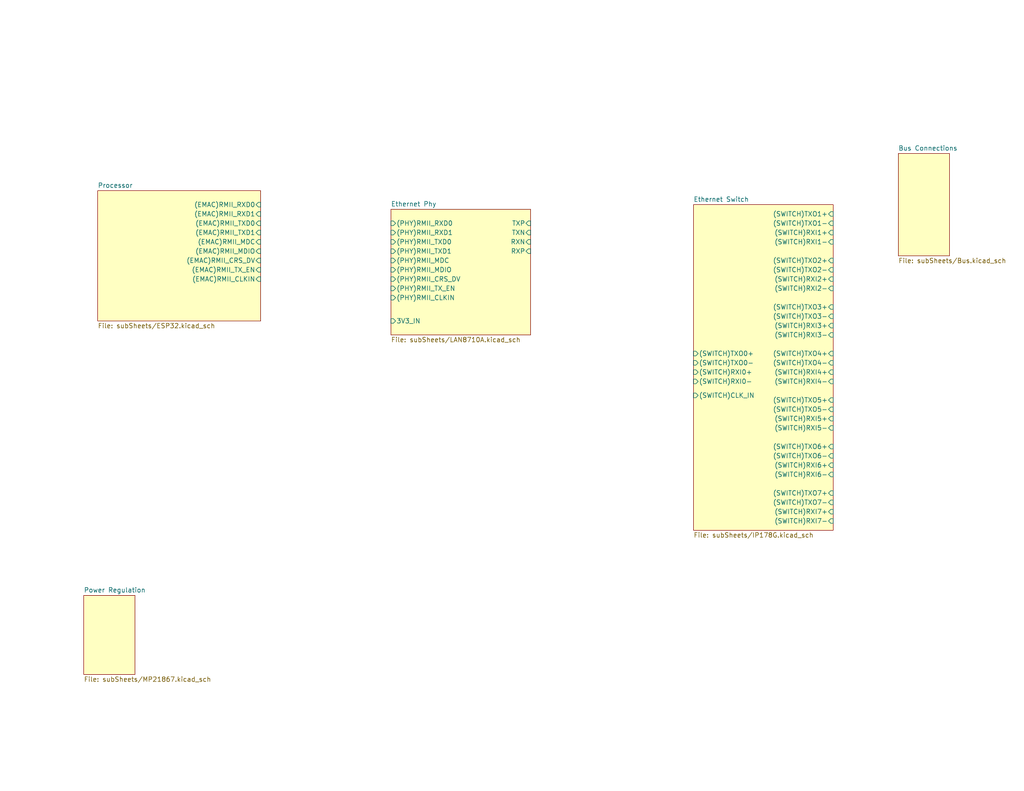
<source format=kicad_sch>
(kicad_sch
	(version 20231120)
	(generator "eeschema")
	(generator_version "8.0")
	(uuid "6c734203-1478-4486-8189-3b4068df6189")
	(paper "A")
	(lib_symbols)
	(sheet
		(at 26.67 52.07)
		(size 44.45 35.56)
		(fields_autoplaced yes)
		(stroke
			(width 0.1524)
			(type solid)
		)
		(fill
			(color 255 255 194 1.0000)
		)
		(uuid "4dab9a2a-407c-43e6-914e-f695583f291e")
		(property "Sheetname" "Processor"
			(at 26.67 51.3584 0)
			(effects
				(font
					(size 1.27 1.27)
				)
				(justify left bottom)
			)
		)
		(property "Sheetfile" "subSheets/ESP32.kicad_sch"
			(at 26.67 88.2146 0)
			(effects
				(font
					(size 1.27 1.27)
				)
				(justify left top)
			)
		)
		(pin "(EMAC)RMII_CLKIN" input
			(at 71.12 76.2 0)
			(effects
				(font
					(size 1.27 1.27)
				)
				(justify right)
			)
			(uuid "4f2bdc5b-8966-4846-b376-c2439cacddcc")
		)
		(pin "(EMAC)RMII_RXD0" input
			(at 71.12 55.88 0)
			(effects
				(font
					(size 1.27 1.27)
				)
				(justify right)
			)
			(uuid "9450a47c-11ed-409b-8a5c-df01f26758f3")
		)
		(pin "(EMAC)RMII_CRS_DV" input
			(at 71.12 71.12 0)
			(effects
				(font
					(size 1.27 1.27)
				)
				(justify right)
			)
			(uuid "755be6c1-0720-44d6-91ca-0bfcae080af0")
		)
		(pin "(EMAC)RMII_RXD1" input
			(at 71.12 58.42 0)
			(effects
				(font
					(size 1.27 1.27)
				)
				(justify right)
			)
			(uuid "76f0f6b4-3385-4d98-b139-fb8ee071e2a0")
		)
		(pin "(EMAC)RMII_TX_EN" input
			(at 71.12 73.66 0)
			(effects
				(font
					(size 1.27 1.27)
				)
				(justify right)
			)
			(uuid "9a7661ca-9e2f-4631-9061-7bcf142fc37d")
		)
		(pin "(EMAC)RMII_MDIO" input
			(at 71.12 68.58 0)
			(effects
				(font
					(size 1.27 1.27)
				)
				(justify right)
			)
			(uuid "60539a33-281b-47f2-8ba9-131479d3a2ec")
		)
		(pin "(EMAC)RMII_MDC" input
			(at 71.12 66.04 0)
			(effects
				(font
					(size 1.27 1.27)
				)
				(justify right)
			)
			(uuid "768975aa-68fb-4159-9552-c6024d936f04")
		)
		(pin "(EMAC)RMII_TXD1" input
			(at 71.12 63.5 0)
			(effects
				(font
					(size 1.27 1.27)
				)
				(justify right)
			)
			(uuid "948a3331-bccd-4b5c-bff1-5deafc56b39c")
		)
		(pin "(EMAC)RMII_TXD0" input
			(at 71.12 60.96 0)
			(effects
				(font
					(size 1.27 1.27)
				)
				(justify right)
			)
			(uuid "05fb6c99-a8d1-4f71-b8bd-d489754ed8db")
		)
		(instances
			(project "obcModule"
				(path "/6c734203-1478-4486-8189-3b4068df6189"
					(page "4")
				)
			)
		)
	)
	(sheet
		(at 106.68 57.15)
		(size 38.1 34.29)
		(fields_autoplaced yes)
		(stroke
			(width 0.1524)
			(type solid)
		)
		(fill
			(color 255 255 194 1.0000)
		)
		(uuid "4e9a3dd6-c5fa-4c46-aa1e-620b755d052b")
		(property "Sheetname" "Ethernet Phy"
			(at 106.68 56.4384 0)
			(effects
				(font
					(size 1.27 1.27)
				)
				(justify left bottom)
			)
		)
		(property "Sheetfile" "subSheets/LAN8710A.kicad_sch"
			(at 106.68 92.0246 0)
			(effects
				(font
					(size 1.27 1.27)
				)
				(justify left top)
			)
		)
		(pin "TXP" input
			(at 144.78 60.96 0)
			(effects
				(font
					(size 1.27 1.27)
				)
				(justify right)
			)
			(uuid "beb7f644-04b6-48a9-a4ba-39d732e347cf")
		)
		(pin "TXN" input
			(at 144.78 63.5 0)
			(effects
				(font
					(size 1.27 1.27)
				)
				(justify right)
			)
			(uuid "78e1071e-2935-4c7c-a9ac-3038fbcfdf1e")
		)
		(pin "RXN" input
			(at 144.78 66.04 0)
			(effects
				(font
					(size 1.27 1.27)
				)
				(justify right)
			)
			(uuid "6d4b7c64-305b-45e6-a4e1-d33d5b31aef9")
		)
		(pin "RXP" input
			(at 144.78 68.58 0)
			(effects
				(font
					(size 1.27 1.27)
				)
				(justify right)
			)
			(uuid "f909290b-b4aa-4979-9dda-106d8a9e9a54")
		)
		(pin "(PHY)RMII_MDC" input
			(at 106.68 71.12 180)
			(effects
				(font
					(size 1.27 1.27)
				)
				(justify left)
			)
			(uuid "ea13e83d-6213-412d-b59d-6b359bf0074f")
		)
		(pin "(PHY)RMII_MDIO" input
			(at 106.68 73.66 180)
			(effects
				(font
					(size 1.27 1.27)
				)
				(justify left)
			)
			(uuid "9c4bee36-8487-472f-9af7-953ec15cb98c")
		)
		(pin "(PHY)RMII_CRS_DV" input
			(at 106.68 76.2 180)
			(effects
				(font
					(size 1.27 1.27)
				)
				(justify left)
			)
			(uuid "969f4294-d3ac-404c-bc16-19fe6d9f47c8")
		)
		(pin "(PHY)RMII_RXD0" input
			(at 106.68 60.96 180)
			(effects
				(font
					(size 1.27 1.27)
				)
				(justify left)
			)
			(uuid "934adad2-d4ed-4a22-9d94-da4022b2356f")
		)
		(pin "(PHY)RMII_RXD1" input
			(at 106.68 63.5 180)
			(effects
				(font
					(size 1.27 1.27)
				)
				(justify left)
			)
			(uuid "de1bc514-fe58-49b4-9bfc-b7427959476d")
		)
		(pin "(PHY)RMII_TX_EN" input
			(at 106.68 78.74 180)
			(effects
				(font
					(size 1.27 1.27)
				)
				(justify left)
			)
			(uuid "70583b46-d208-44aa-923b-5f6533eac9f7")
		)
		(pin "(PHY)RMII_TXD1" input
			(at 106.68 68.58 180)
			(effects
				(font
					(size 1.27 1.27)
				)
				(justify left)
			)
			(uuid "f401b091-1a12-49d3-89f4-b1c7c660c9f4")
		)
		(pin "(PHY)RMII_TXD0" input
			(at 106.68 66.04 180)
			(effects
				(font
					(size 1.27 1.27)
				)
				(justify left)
			)
			(uuid "12caefbe-7dfe-4644-9170-3ded58b42f34")
		)
		(pin "(PHY)RMII_CLKIN" input
			(at 106.68 81.28 180)
			(effects
				(font
					(size 1.27 1.27)
				)
				(justify left)
			)
			(uuid "ab8b9066-a535-4a2d-86e8-0d68e981058d")
		)
		(pin "3V3_IN" input
			(at 106.68 87.63 180)
			(effects
				(font
					(size 1.27 1.27)
				)
				(justify left)
			)
			(uuid "4ddfcf5e-a977-4996-8cda-f9767b19a547")
		)
		(instances
			(project "obcModule"
				(path "/6c734203-1478-4486-8189-3b4068df6189"
					(page "2")
				)
			)
		)
	)
	(sheet
		(at 22.86 162.56)
		(size 13.97 21.59)
		(fields_autoplaced yes)
		(stroke
			(width 0.1524)
			(type solid)
		)
		(fill
			(color 255 255 194 1.0000)
		)
		(uuid "7c1c3ca5-e14c-49c9-bd1f-7c88f06bea4d")
		(property "Sheetname" "Power Regulation"
			(at 22.86 161.8484 0)
			(effects
				(font
					(size 1.27 1.27)
				)
				(justify left bottom)
			)
		)
		(property "Sheetfile" "subSheets/MP21867.kicad_sch"
			(at 22.86 184.7346 0)
			(effects
				(font
					(size 1.27 1.27)
				)
				(justify left top)
			)
		)
		(instances
			(project "obcModule"
				(path "/6c734203-1478-4486-8189-3b4068df6189"
					(page "3")
				)
			)
		)
	)
	(sheet
		(at 189.23 55.88)
		(size 38.1 88.9)
		(fields_autoplaced yes)
		(stroke
			(width 0.1524)
			(type solid)
		)
		(fill
			(color 255 255 194 1.0000)
		)
		(uuid "d0bf68d7-9de1-4210-b2e6-4a1621b859a3")
		(property "Sheetname" "Ethernet Switch"
			(at 189.23 55.1684 0)
			(effects
				(font
					(size 1.27 1.27)
				)
				(justify left bottom)
			)
		)
		(property "Sheetfile" "subSheets/IP178G.kicad_sch"
			(at 189.23 145.3646 0)
			(effects
				(font
					(size 1.27 1.27)
				)
				(justify left top)
			)
		)
		(pin "(SWITCH)RXI2+" input
			(at 227.33 76.2 0)
			(effects
				(font
					(size 1.27 1.27)
				)
				(justify right)
			)
			(uuid "9084b28b-4024-4631-ab94-ae14f0628419")
		)
		(pin "(SWITCH)TXO2+" input
			(at 227.33 71.12 0)
			(effects
				(font
					(size 1.27 1.27)
				)
				(justify right)
			)
			(uuid "63edc7ab-371b-4902-90d7-2d7cae1b07c4")
		)
		(pin "(SWITCH)TXO2-" input
			(at 227.33 73.66 0)
			(effects
				(font
					(size 1.27 1.27)
				)
				(justify right)
			)
			(uuid "84d608af-fef1-4b9a-953d-ebc39d31b97c")
		)
		(pin "(SWITCH)TXO3-" input
			(at 227.33 86.36 0)
			(effects
				(font
					(size 1.27 1.27)
				)
				(justify right)
			)
			(uuid "db239a7c-3431-40e7-b96d-c44bf390b3e4")
		)
		(pin "(SWITCH)RXI2-" input
			(at 227.33 78.74 0)
			(effects
				(font
					(size 1.27 1.27)
				)
				(justify right)
			)
			(uuid "7bf9cd97-f085-4836-b0b7-3214657de6ef")
		)
		(pin "(SWITCH)RXI3-" input
			(at 227.33 91.44 0)
			(effects
				(font
					(size 1.27 1.27)
				)
				(justify right)
			)
			(uuid "b9a4fb93-9cab-4828-b4f8-59b58f7cf6c3")
		)
		(pin "(SWITCH)TXO3+" input
			(at 227.33 83.82 0)
			(effects
				(font
					(size 1.27 1.27)
				)
				(justify right)
			)
			(uuid "f1aa5a43-ec74-4b4c-bc67-032742859106")
		)
		(pin "(SWITCH)TXO0+" input
			(at 189.23 96.52 180)
			(effects
				(font
					(size 1.27 1.27)
				)
				(justify left)
			)
			(uuid "cdb75cfc-6047-4071-af0e-016002ab5b97")
		)
		(pin "(SWITCH)TXO1+" input
			(at 227.33 58.42 0)
			(effects
				(font
					(size 1.27 1.27)
				)
				(justify right)
			)
			(uuid "99567674-2c78-492d-9cf7-2fd0b531b004")
		)
		(pin "(SWITCH)TXO1-" input
			(at 227.33 60.96 0)
			(effects
				(font
					(size 1.27 1.27)
				)
				(justify right)
			)
			(uuid "83089454-0f5b-4cb3-a355-67869ea5a190")
		)
		(pin "(SWITCH)RXI1+" input
			(at 227.33 63.5 0)
			(effects
				(font
					(size 1.27 1.27)
				)
				(justify right)
			)
			(uuid "1c5ef277-218a-46e3-ad62-d346ae4e2dcb")
		)
		(pin "(SWITCH)RXI1-" input
			(at 227.33 66.04 0)
			(effects
				(font
					(size 1.27 1.27)
				)
				(justify right)
			)
			(uuid "c1646bd1-cc08-4ee8-9410-ea787698c9ac")
		)
		(pin "(SWITCH)RXI0+" input
			(at 189.23 101.6 180)
			(effects
				(font
					(size 1.27 1.27)
				)
				(justify left)
			)
			(uuid "499b1cc3-4d75-46f3-96da-7bc336dce205")
		)
		(pin "(SWITCH)RXI0-" input
			(at 189.23 104.14 180)
			(effects
				(font
					(size 1.27 1.27)
				)
				(justify left)
			)
			(uuid "15fff8cb-6bd0-4083-85e5-865e789691f7")
		)
		(pin "(SWITCH)TXO7-" input
			(at 227.33 137.16 0)
			(effects
				(font
					(size 1.27 1.27)
				)
				(justify right)
			)
			(uuid "2184c5b1-ad74-49ce-ae0e-d0cb8451da6e")
		)
		(pin "(SWITCH)TXO6-" input
			(at 227.33 124.46 0)
			(effects
				(font
					(size 1.27 1.27)
				)
				(justify right)
			)
			(uuid "f9b81937-1c1e-4796-8c0e-8ae736b0199a")
		)
		(pin "(SWITCH)TXO6+" input
			(at 227.33 121.92 0)
			(effects
				(font
					(size 1.27 1.27)
				)
				(justify right)
			)
			(uuid "75287dc0-585d-4be6-ae00-6111eb57f12b")
		)
		(pin "(SWITCH)RXI7+" input
			(at 227.33 139.7 0)
			(effects
				(font
					(size 1.27 1.27)
				)
				(justify right)
			)
			(uuid "e0fd82aa-bd60-492f-a601-22ea193afc24")
		)
		(pin "(SWITCH)RXI6-" input
			(at 227.33 129.54 0)
			(effects
				(font
					(size 1.27 1.27)
				)
				(justify right)
			)
			(uuid "2b6194e9-040e-43ae-a1bd-d8c389cac3ae")
		)
		(pin "(SWITCH)RXI6+" input
			(at 227.33 127 0)
			(effects
				(font
					(size 1.27 1.27)
				)
				(justify right)
			)
			(uuid "c2a97d2b-eb1f-4a1e-bbeb-44d1cc0925aa")
		)
		(pin "(SWITCH)TXO7+" input
			(at 227.33 134.62 0)
			(effects
				(font
					(size 1.27 1.27)
				)
				(justify right)
			)
			(uuid "41fd88c0-881b-4aaa-84fb-a4b4792a3f90")
		)
		(pin "(SWITCH)RXI7-" input
			(at 227.33 142.24 0)
			(effects
				(font
					(size 1.27 1.27)
				)
				(justify right)
			)
			(uuid "ec10fd81-8f22-4e6c-a16d-d5403252d8af")
		)
		(pin "(SWITCH)TXO5+" input
			(at 227.33 109.22 0)
			(effects
				(font
					(size 1.27 1.27)
				)
				(justify right)
			)
			(uuid "cd5086bb-37fe-4de1-8b89-202db29b5cad")
		)
		(pin "(SWITCH)RXI5+" input
			(at 227.33 114.3 0)
			(effects
				(font
					(size 1.27 1.27)
				)
				(justify right)
			)
			(uuid "d95dcee0-08f1-42c9-943a-69560b90dd88")
		)
		(pin "(SWITCH)TXO5-" input
			(at 227.33 111.76 0)
			(effects
				(font
					(size 1.27 1.27)
				)
				(justify right)
			)
			(uuid "5b114eb0-35ae-4d8c-8452-df6e58dbc9a4")
		)
		(pin "(SWITCH)RXI4+" input
			(at 227.33 101.6 0)
			(effects
				(font
					(size 1.27 1.27)
				)
				(justify right)
			)
			(uuid "404d3912-8818-4efe-952f-c37add49fcb8")
		)
		(pin "(SWITCH)RXI5-" input
			(at 227.33 116.84 0)
			(effects
				(font
					(size 1.27 1.27)
				)
				(justify right)
			)
			(uuid "f60fcdaa-92a0-4203-b13e-081d5175ecf8")
		)
		(pin "(SWITCH)TXO4+" input
			(at 227.33 96.52 0)
			(effects
				(font
					(size 1.27 1.27)
				)
				(justify right)
			)
			(uuid "2fb0d193-d732-44bc-b08f-cd364e80a478")
		)
		(pin "(SWITCH)RXI4-" input
			(at 227.33 104.14 0)
			(effects
				(font
					(size 1.27 1.27)
				)
				(justify right)
			)
			(uuid "8959c6cc-e2d0-4dbe-9a13-d3c83debe862")
		)
		(pin "(SWITCH)TXO0-" input
			(at 189.23 99.06 180)
			(effects
				(font
					(size 1.27 1.27)
				)
				(justify left)
			)
			(uuid "585a58d2-978a-44f8-b04e-c560c2e6d112")
		)
		(pin "(SWITCH)TXO4-" input
			(at 227.33 99.06 0)
			(effects
				(font
					(size 1.27 1.27)
				)
				(justify right)
			)
			(uuid "33a52341-c076-4f5e-8f41-5e0b9fad0263")
		)
		(pin "(SWITCH)RXI3+" input
			(at 227.33 88.9 0)
			(effects
				(font
					(size 1.27 1.27)
				)
				(justify right)
			)
			(uuid "e55f1049-f3d6-48ed-a271-1fa47917924e")
		)
		(pin "(SWITCH)CLK_IN" input
			(at 189.23 107.95 180)
			(effects
				(font
					(size 1.27 1.27)
				)
				(justify left)
			)
			(uuid "2fa55351-bf2f-4186-a9ad-27560f56eaa2")
		)
		(instances
			(project "obcModule"
				(path "/6c734203-1478-4486-8189-3b4068df6189"
					(page "5")
				)
			)
		)
	)
	(sheet
		(at 245.11 41.91)
		(size 13.97 27.94)
		(fields_autoplaced yes)
		(stroke
			(width 0.1524)
			(type solid)
		)
		(fill
			(color 255 255 194 1.0000)
		)
		(uuid "ec2ab198-e0f5-44a3-8fcc-c4aa7fc7c514")
		(property "Sheetname" "Bus Connections"
			(at 245.11 41.1984 0)
			(effects
				(font
					(size 1.27 1.27)
				)
				(justify left bottom)
			)
		)
		(property "Sheetfile" "subSheets/Bus.kicad_sch"
			(at 245.11 70.4346 0)
			(effects
				(font
					(size 1.27 1.27)
				)
				(justify left top)
			)
		)
		(instances
			(project "obcModule"
				(path "/6c734203-1478-4486-8189-3b4068df6189"
					(page "6")
				)
			)
		)
	)
	(sheet_instances
		(path "/"
			(page "1")
		)
	)
)

</source>
